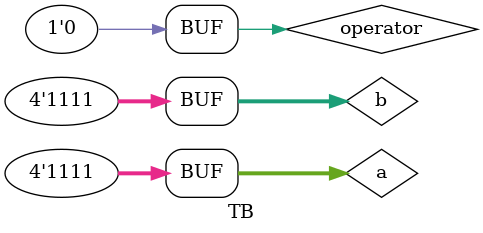
<source format=v>
`timescale 1ns/1ps

module TB;
reg [3:0] a;
reg [3:0] b;
reg operator;
wire [3:0] res;
wire overflow;

ALU4bit A(
.a(a),
.b(b),
.operator(operator),
.s(res),
.overflow(overflow)
);

initial begin
    operator = 0;
    for (a = 4'b0000; a <4'b1111; a = a + 4'b0001) begin
        for (b = 4'b0000; b < 4'b1111; b = b + 4'b0001)begin
           #5
            $display("current loop=%d %d", a,b); 
        end
    end
end

endmodule
</source>
